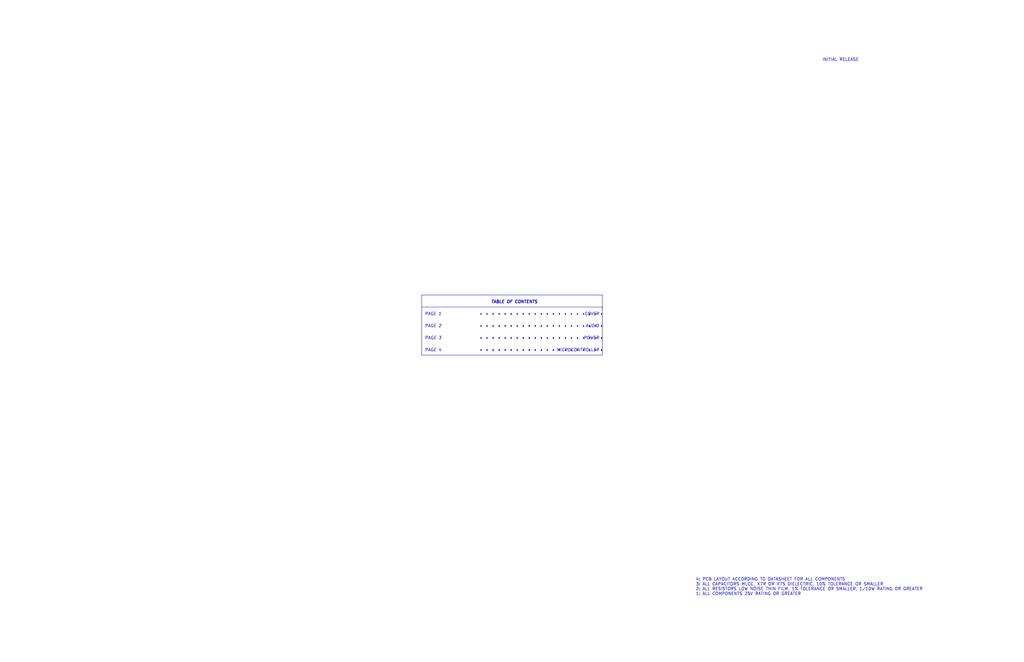
<source format=kicad_sch>
(kicad_sch
	(version 20231120)
	(generator "eeschema")
	(generator_version "8.0")
	(uuid "190888c1-6ce2-4681-a836-dc477e444e49")
	(paper "USLedger")
	(title_block
		(title "Baseboard")
		(date "2023-08-19")
		(rev "A")
		(company "Alessandro Rizzoni")
		(comment 1 "SCHEMATIC")
		(comment 2 "RELEASED")
		(comment 3 "AIR")
		(comment 4 "AIR")
	)
	(lib_symbols)
	(polyline
		(pts
			(xy 177.8 124.46) (xy 254 124.46)
		)
		(stroke
			(width 0)
			(type default)
		)
		(uuid "2fb63c84-9a41-406d-beb1-27b853c13f16")
	)
	(polyline
		(pts
			(xy 254 124.46) (xy 254 130.81)
		)
		(stroke
			(width 0)
			(type default)
		)
		(uuid "a4d14733-f73b-4ed6-986e-d998c104b28f")
	)
	(polyline
		(pts
			(xy 177.8 129.54) (xy 177.8 124.46)
		)
		(stroke
			(width 0)
			(type default)
		)
		(uuid "d5b2b473-ffa1-492f-8374-dff417d2ec16")
	)
	(rectangle
		(start 177.8 129.54)
		(end 254 149.86)
		(stroke
			(width 0)
			(type default)
		)
		(fill
			(type none)
		)
		(uuid 918f744d-bb5e-4c2a-a87f-8580d90937e0)
	)
	(text "• • • • • • • • • • • • • • • • • • • • • "
		(exclude_from_sim no)
		(at 201.93 138.43 0)
		(effects
			(font
				(size 1.27 1.27)
				(italic yes)
			)
			(justify left bottom)
		)
		(uuid "00c29491-8712-4694-9504-4351a5a6571a")
	)
	(text "PAGE 2\n"
		(exclude_from_sim no)
		(at 179.07 138.43 0)
		(effects
			(font
				(size 1.27 1.27)
				(italic yes)
			)
			(justify left bottom)
		)
		(uuid "1d5bb796-fd1a-42e6-9f64-ee298edd402e")
	)
	(text "TABLE OF CONTENTS"
		(exclude_from_sim no)
		(at 207.01 128.27 0)
		(effects
			(font
				(size 1.27 1.27)
				(thickness 0.254)
				(bold yes)
				(italic yes)
			)
			(justify left bottom)
		)
		(uuid "3c100669-0461-407e-b5ce-442b2a99c796")
	)
	(text "PAGE 4\n"
		(exclude_from_sim no)
		(at 179.07 148.59 0)
		(effects
			(font
				(size 1.27 1.27)
				(italic yes)
			)
			(justify left bottom)
		)
		(uuid "49614a1a-5d98-49cb-8c2c-e0e4e7487dcf")
	)
	(text "PAGE 3"
		(exclude_from_sim no)
		(at 179.07 143.51 0)
		(effects
			(font
				(size 1.27 1.27)
				(italic yes)
			)
			(justify left bottom)
		)
		(uuid "51222853-286a-4e3f-a990-82cb6539307d")
	)
	(text "4: PCB LAYOUT ACCORDING TO DATASHEET FOR ALL COMPONENTS\n3: ALL CAPACITORS MLCC, X7R OR X7S DIELECTRIC, 10% TOLERANCE OR SMALLER\n2: ALL RESISTORS LOW NOISE THIN FILM, 1% TOLERANCE OR SMALLER, 1/10W RATING OR GREATER\n1: ALL COMPONENTS 25V RATING OR GREATER"
		(exclude_from_sim no)
		(at 293.37 251.46 0)
		(effects
			(font
				(size 1.27 1.27)
			)
			(justify left bottom)
		)
		(uuid "6a6b5e31-d19b-4f3a-8978-4e23b187ecd0")
	)
	(text "COVER"
		(exclude_from_sim no)
		(at 252.73 133.35 0)
		(effects
			(font
				(size 1.27 1.27)
				(italic yes)
			)
			(justify right bottom)
		)
		(uuid "6b1b63e2-632e-4ae8-b4f8-163f39d53134")
	)
	(text "• • • • • • • • • • • • • • • • • • • • • "
		(exclude_from_sim no)
		(at 201.93 143.51 0)
		(effects
			(font
				(size 1.27 1.27)
				(italic yes)
			)
			(justify left bottom)
		)
		(uuid "6bd5d4b9-aff4-42d1-8f33-ff6632672768")
	)
	(text "• • • • • • • • • • • • • • • • • • • • • "
		(exclude_from_sim no)
		(at 201.93 133.35 0)
		(effects
			(font
				(size 1.27 1.27)
				(italic yes)
			)
			(justify left bottom)
		)
		(uuid "81708eb4-e756-496f-972b-317cc952850f")
	)
	(text "AUDIO"
		(exclude_from_sim no)
		(at 252.73 138.43 0)
		(effects
			(font
				(size 1.27 1.27)
				(italic yes)
			)
			(justify right bottom)
		)
		(uuid "82dd3ce4-f8a4-47d5-8184-9dc617b900e9")
	)
	(text "MICROCONTROLLER"
		(exclude_from_sim no)
		(at 252.73 148.59 0)
		(effects
			(font
				(size 1.27 1.27)
				(italic yes)
			)
			(justify right bottom)
		)
		(uuid "84fd55aa-b08f-49cd-9050-584141696e3c")
	)
	(text "PAGE 1\n"
		(exclude_from_sim no)
		(at 179.07 133.35 0)
		(effects
			(font
				(size 1.27 1.27)
				(italic yes)
			)
			(justify left bottom)
		)
		(uuid "d0ea079b-f59e-4621-a3ef-a72241952f82")
	)
	(text "• • • • • • • • • • • • • • • • • • • • • "
		(exclude_from_sim no)
		(at 201.93 148.59 0)
		(effects
			(font
				(size 1.27 1.27)
				(italic yes)
			)
			(justify left bottom)
		)
		(uuid "e6fd0d50-3e23-468d-b259-d05ea655c6b2")
	)
	(text "POWER"
		(exclude_from_sim no)
		(at 252.73 143.51 0)
		(effects
			(font
				(size 1.27 1.27)
				(italic yes)
			)
			(justify right bottom)
		)
		(uuid "ef98c03c-b513-443d-8c43-edf25b96a512")
	)
	(text "INITIAL RELEASE"
		(exclude_from_sim no)
		(at 346.71 26.035 0)
		(effects
			(font
				(size 1.27 1.27)
			)
			(justify left bottom)
		)
		(uuid "f36d6b55-ae41-40a0-9fbb-9ae9c8e126b4")
	)
	(sheet
		(at 444.5 88.9)
		(size 38.1 25.4)
		(fields_autoplaced yes)
		(stroke
			(width 0.1524)
			(type solid)
		)
		(fill
			(color 0 0 0 0.0000)
		)
		(uuid "229a97b2-4425-47f7-b588-f32dc6b9bc79")
		(property "Sheetname" "MICROCONTROLLER"
			(at 444.5 88.1884 0)
			(effects
				(font
					(size 1.27 1.27)
				)
				(justify left bottom)
			)
		)
		(property "Sheetfile" "microcontroller.kicad_sch"
			(at 444.5 114.8846 0)
			(effects
				(font
					(size 1.27 1.27)
				)
				(justify left top)
			)
		)
		(instances
			(project "baseboard"
				(path "/190888c1-6ce2-4681-a836-dc477e444e49"
					(page "4")
				)
			)
		)
	)
	(sheet
		(at 444.5 50.8)
		(size 38.1 25.4)
		(fields_autoplaced yes)
		(stroke
			(width 0.1524)
			(type solid)
		)
		(fill
			(color 0 0 0 0.0000)
		)
		(uuid "2e4f7641-7de0-4dea-9f64-f5ec09624375")
		(property "Sheetname" "POWER"
			(at 444.5 50.0884 0)
			(effects
				(font
					(size 1.27 1.27)
				)
				(justify left bottom)
			)
		)
		(property "Sheetfile" "power.kicad_sch"
			(at 444.5 76.7846 0)
			(effects
				(font
					(size 1.27 1.27)
				)
				(justify left top)
			)
		)
		(instances
			(project "baseboard"
				(path "/190888c1-6ce2-4681-a836-dc477e444e49"
					(page "3")
				)
			)
		)
	)
	(sheet
		(at 444.5 12.7)
		(size 38.1 25.4)
		(fields_autoplaced yes)
		(stroke
			(width 0.1524)
			(type solid)
		)
		(fill
			(color 0 0 0 0.0000)
		)
		(uuid "e436358c-d730-4540-92b5-b7475a7c4a63")
		(property "Sheetname" "AUDIO"
			(at 444.5 11.9884 0)
			(effects
				(font
					(size 1.27 1.27)
				)
				(justify left bottom)
			)
		)
		(property "Sheetfile" "audio.kicad_sch"
			(at 444.5 38.6846 0)
			(effects
				(font
					(size 1.27 1.27)
				)
				(justify left top)
			)
		)
		(instances
			(project "baseboard"
				(path "/190888c1-6ce2-4681-a836-dc477e444e49"
					(page "2")
				)
			)
		)
	)
	(sheet_instances
		(path "/"
			(page "1")
		)
	)
)
</source>
